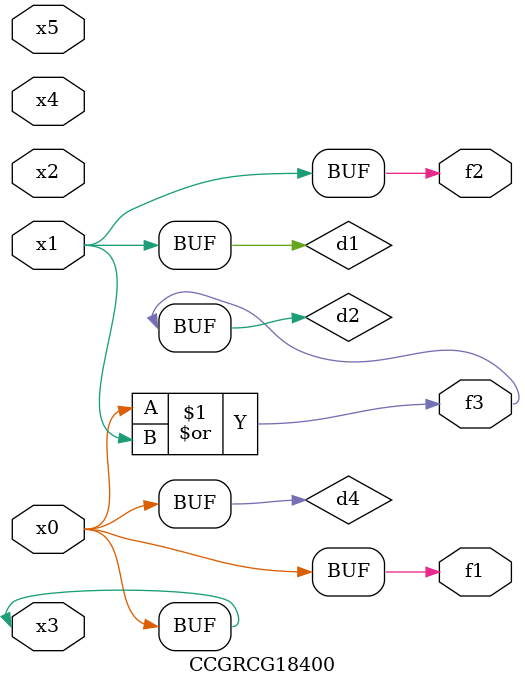
<source format=v>
module CCGRCG18400(
	input x0, x1, x2, x3, x4, x5,
	output f1, f2, f3
);

	wire d1, d2, d3, d4;

	and (d1, x1);
	or (d2, x0, x1);
	nand (d3, x0, x5);
	buf (d4, x0, x3);
	assign f1 = d4;
	assign f2 = d1;
	assign f3 = d2;
endmodule

</source>
